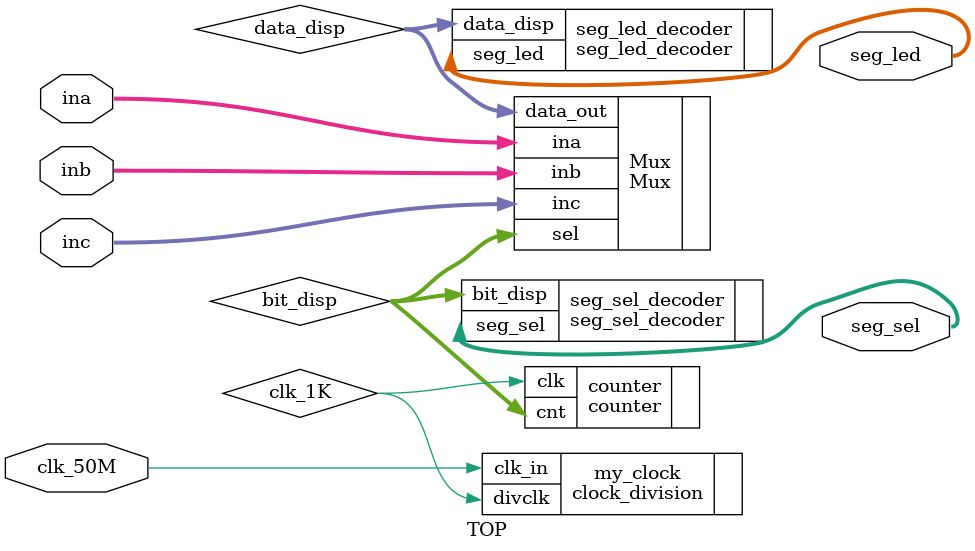
<source format=v>
module TOP(clk_50M,ina,inb,inc,seg_sel,seg_led);
    input clk_50M;
    input [3:0] ina, inb, inc;
    output [5:0] seg_sel;
    output [7:0] seg_led;

    //50M/1K = 5K
    parameter DIVCLK_CNTMAX = 24999;
    wire clk_1K;

    //例化时钟分频模块
    clock_division #(
        .DIVCLK_CNTMAX(DIVCLK_CNTMAX)
    )
    my_clock(
        .clk_in(clk_50M),
        .divclk(clk_1K)
    );

    //例化计数器模块
    wire [1:0] bit_disp;
    counter counter(
        .clk(clk_1K),
        .cnt(bit_disp)
    );

    //例化多路复用器模块
    wire [3:0] data_disp;
    Mux Mux(
        .sel(bit_disp),
        .ina(ina),
        .inb(inb),
        .inc(inc),
        .data_out(data_disp)
    );
    
    //例化数码管位选译码模块
    seg_sel_decoder seg_sel_decoder(
        .bit_disp(bit_disp),
        .seg_sel(seg_sel)
    );

    //例化数码管段码译码模块
    seg_led_decoder seg_led_decoder(
        .data_disp(data_disp),
        .seg_led(seg_led)
    );
    
endmodule
</source>
